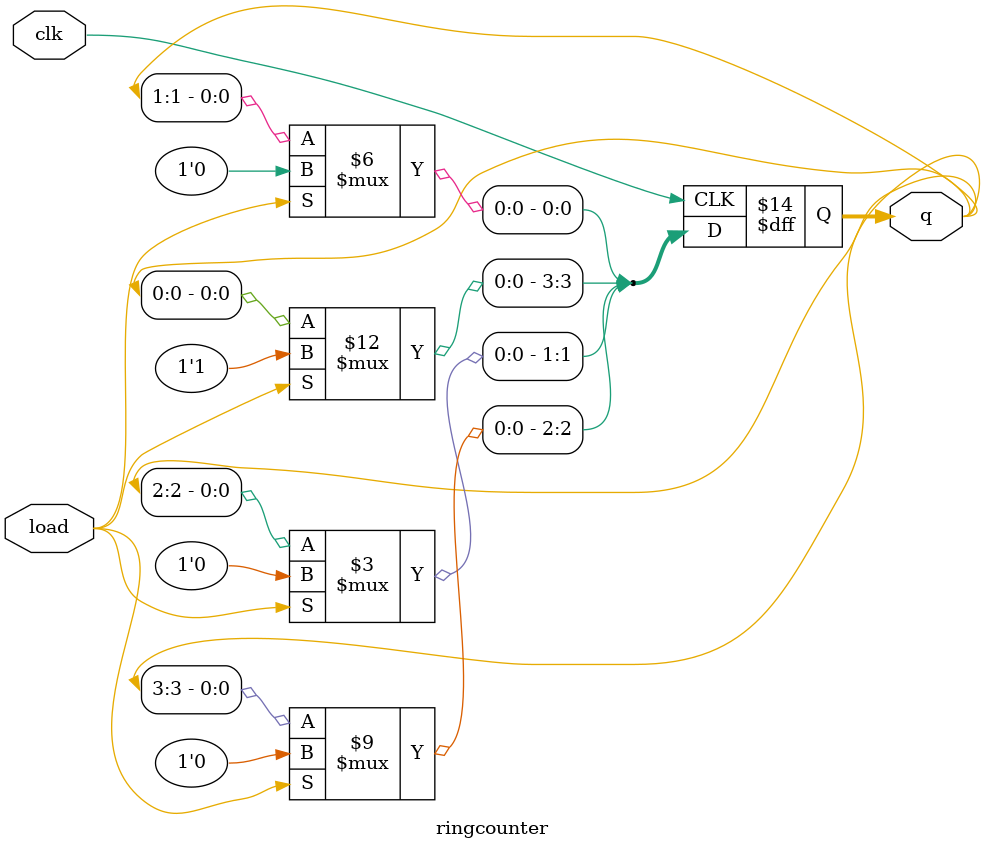
<source format=v>
module ringcounter(load,clk,q);

  input load, clk;
  output reg[3:0]q;
  
  always @(posedge clk)
       if(load)
            q<=4'b1000;
        else
            begin
                q[3]<=q[0];
                q[2]<=q[3];
                q[1]<=q[2];
                q[0]<=q[1];
            end
endmodule
</source>
